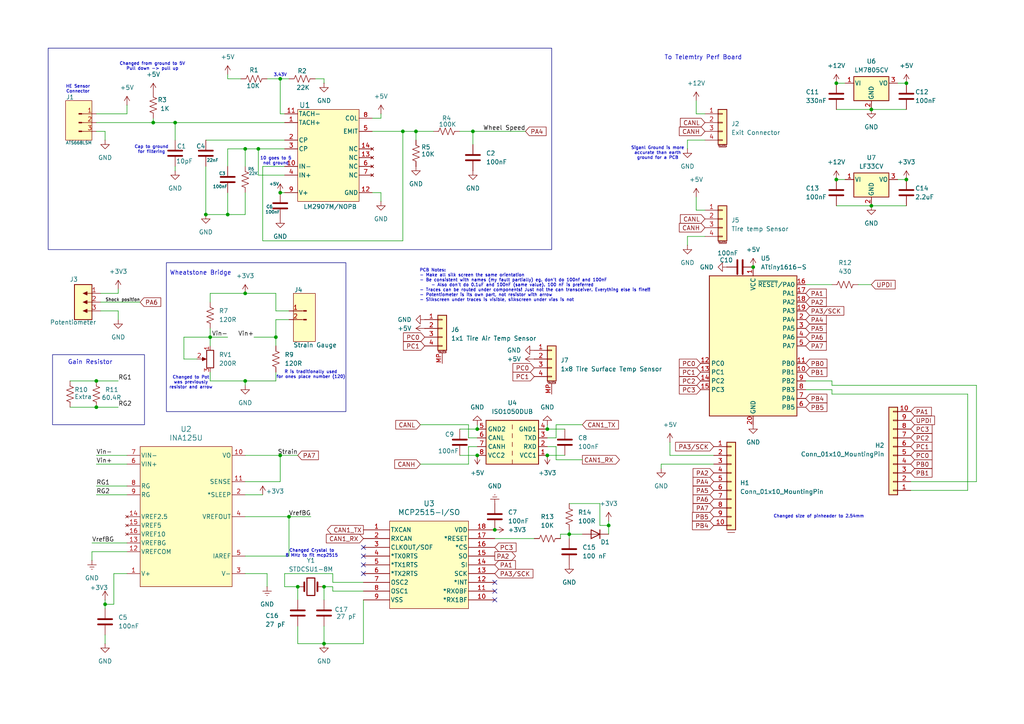
<source format=kicad_sch>
(kicad_sch (version 20231120) (generator "eeschema") (generator_version "8.0")
  (paper "A4")
  (title_block (title "Peripheral Board") (date "2025-02-23") (rev "2.10"))
  (junction (at 138.43 124.46))
  (junction (at 262.89 52.07))
  (junction (at 59.69 62.23))
  (junction (at 93.98 170.18))
  (junction (at 71.12 43.18))
  (junction (at 80.01 97.79))
  (junction (at 93.98 186.69))
  (junction (at 242.57 52.07))
  (junction (at 44.45 35.56))
  (junction (at 165.1 154.94))
  (junction (at 83.82 149.86))
  (junction (at 137.16 38.1))
  (junction (at 81.28 132.08))
  (junction (at 143.51 153.67))
  (junction (at 81.28 55.88))
  (junction (at 86.36 170.18))
  (junction (at 158.75 132.08))
  (junction (at 66.04 62.23))
  (junction (at 242.57 24.13))
  (junction (at 252.73 59.69))
  (junction (at 262.89 24.13))
  (junction (at 176.53 152.4))
  (junction (at 218.44 77.47))
  (junction (at 138.43 132.08))
  (junction (at 74.93 43.18))
  (junction (at 116.84 38.1))
  (junction (at 252.73 31.75))
  (junction (at 71.12 85.09))
  (junction (at 81.28 22.86))
  (junction (at 27.94 118.11))
  (junction (at 158.75 124.46))
  (junction (at 27.94 110.49))
  (junction (at 71.12 110.49))
  (junction (at 120.65 38.1))
  (junction (at 50.8 35.56))
  (junction (at 60.96 97.79))
  (junction (at 30.48 175.26))
  (no_connect (at 143.51 171.45))
  (no_connect (at 105.41 161.29))
  (no_connect (at 105.41 158.75))
  (no_connect (at 105.41 166.37))
  (no_connect (at 105.41 163.83))
  (no_connect (at 143.51 168.91))
  (no_connect (at 143.51 173.99))
  (wire (pts (xy 241.3 111.76) (xy 283.21 111.76)))
  (wire (pts (xy 204.47 33.02) (xy 201.93 33.02)))
  (wire (pts (xy 93.98 186.69) (xy 86.36 186.69)))
  (wire (pts (xy 241.3 111.76) (xy 241.3 110.49)))
  (wire (pts (xy 283.21 139.7) (xy 264.16 139.7)))
  (wire (pts (xy 60.96 85.09) (xy 60.96 87.63)))
  (wire (pts (xy 161.29 123.19) (xy 168.91 123.19)))
  (wire (pts (xy 165.1 146.05) (xy 173.99 146.05)))
  (wire (pts (xy 36.83 30.48) (xy 36.83 33.02)))
  (wire (pts (xy 71.12 55.88) (xy 71.12 62.23)))
  (wire (pts (xy 33.02 175.26) (xy 30.48 175.26)))
  (wire (pts (xy 93.98 186.69) (xy 105.41 186.69)))
  (wire (pts (xy 36.83 160.02) (xy 26.67 160.02)))
  (wire (pts (xy 207.01 132.08) (xy 194.31 132.08)))
  (wire (pts (xy 20.32 110.49) (xy 27.94 110.49)))
  (wire (pts (xy 20.32 118.11) (xy 27.94 118.11)))
  (wire (pts (xy 81.28 22.86) (xy 81.28 33.02)))
  (wire (pts (xy 242.57 31.75) (xy 252.73 31.75)))
  (wire (pts (xy 158.75 123.19) (xy 158.75 124.46)))
  (wire (pts (xy 66.04 43.18) (xy 66.04 48.26)))
  (wire (pts (xy 96.52 166.37) (xy 82.55 166.37)))
  (wire (pts (xy 162.56 156.21) (xy 162.56 154.94)))
  (wire (pts (xy 260.35 24.13) (xy 262.89 24.13)))
  (wire (pts (xy 69.85 22.86) (xy 66.04 22.86)))
  (wire (pts (xy 176.53 154.94) (xy 176.53 152.4)))
  (wire (pts (xy 105.41 186.69) (xy 105.41 173.99)))
  (wire (pts (xy 93.98 170.18) (xy 93.98 173.99)))
  (wire (pts (xy 80.01 97.79) (xy 80.01 100.33)))
  (wire (pts (xy 71.12 85.09) (xy 60.96 85.09)))
  (wire (pts (xy 137.16 38.1) (xy 133.35 38.1)))
  (wire (pts (xy 83.82 92.71) (xy 80.01 92.71)))
  (wire (pts (xy 60.96 95.25) (xy 60.96 97.79)))
  (wire (pts (xy 116.84 38.1) (xy 120.65 38.1)))
  (wire (pts (xy 82.55 50.8) (xy 74.93 50.8)))
  (wire (pts (xy 27.94 33.02) (xy 36.83 33.02)))
  (wire (pts (xy 27.94 140.97) (xy 36.83 140.97)))
  (wire (pts (xy 83.82 149.86) (xy 83.82 161.29)))
  (wire (pts (xy 120.65 38.1) (xy 120.65 40.64)))
  (wire (pts (xy 26.67 157.48) (xy 36.83 157.48)))
  (wire (pts (xy 138.43 129.54) (xy 135.89 129.54)))
  (wire (pts (xy 110.49 55.88) (xy 107.95 55.88)))
  (wire (pts (xy 76.2 143.51) (xy 71.12 143.51)))
  (wire (pts (xy 280.67 114.3) (xy 280.67 142.24)))
  (wire (pts (xy 86.36 181.61) (xy 86.36 186.69)))
  (wire (pts (xy 110.49 33.02) (xy 110.49 34.29)))
  (wire (pts (xy 27.94 143.51) (xy 36.83 143.51)))
  (wire (pts (xy 66.04 22.86) (xy 66.04 21.59)))
  (wire (pts (xy 283.21 111.76) (xy 283.21 139.7)))
  (wire (pts (xy 34.29 90.17) (xy 34.29 92.71)))
  (wire (pts (xy 120.65 38.1) (xy 125.73 38.1)))
  (wire (pts (xy 71.12 62.23) (xy 66.04 62.23)))
  (wire (pts (xy 82.55 33.02) (xy 81.28 33.02)))
  (wire (pts (xy 252.73 59.69) (xy 262.89 59.69)))
  (wire (pts (xy 204.47 60.96) (xy 201.93 60.96)))
  (wire (pts (xy 29.21 87.63) (xy 40.64 87.63)))
  (wire (pts (xy 30.48 175.26) (xy 30.48 176.53)))
  (wire (pts (xy 71.12 132.08) (xy 81.28 132.08)))
  (wire (pts (xy 66.04 62.23) (xy 59.69 62.23)))
  (wire (pts (xy 83.82 90.17) (xy 80.01 90.17)))
  (wire (pts (xy 137.16 41.91) (xy 137.16 38.1)))
  (wire (pts (xy 204.47 40.64) (xy 199.39 40.64)))
  (wire (pts (xy 77.47 166.37) (xy 71.12 166.37)))
  (wire (pts (xy 96.52 170.18) (xy 96.52 171.45)))
  (wire (pts (xy 133.35 132.08) (xy 138.43 132.08)))
  (wire (pts (xy 280.67 142.24) (xy 264.16 142.24)))
  (wire (pts (xy 71.12 43.18) (xy 74.93 43.18)))
  (wire (pts (xy 116.84 69.85) (xy 116.84 38.1)))
  (wire (pts (xy 201.93 33.02) (xy 201.93 29.21)))
  (wire (pts (xy 81.28 22.86) (xy 83.82 22.86)))
  (wire (pts (xy 60.96 97.79) (xy 53.34 97.79)))
  (wire (pts (xy 158.75 132.08) (xy 163.83 132.08)))
  (wire (pts (xy 165.1 153.67) (xy 165.1 154.94)))
  (wire (pts (xy 248.92 82.55) (xy 252.73 82.55)))
  (wire (pts (xy 199.39 40.64) (xy 199.39 43.18)))
  (wire (pts (xy 135.89 134.62) (xy 121.92 134.62)))
  (wire (pts (xy 242.57 59.69) (xy 252.73 59.69)))
  (wire (pts (xy 77.47 170.18) (xy 77.47 166.37)))
  (wire (pts (xy 36.83 166.37) (xy 33.02 166.37)))
  (wire (pts (xy 81.28 55.88) (xy 82.55 55.88)))
  (wire (pts (xy 59.69 48.26) (xy 59.69 62.23)))
  (wire (pts (xy 173.99 146.05) (xy 173.99 152.4)))
  (wire (pts (xy 93.98 22.86) (xy 93.98 24.13)))
  (wire (pts (xy 53.34 104.14) (xy 57.15 104.14)))
  (wire (pts (xy 241.3 114.3) (xy 241.3 113.03)))
  (wire (pts (xy 71.12 139.7) (xy 81.28 139.7)))
  (wire (pts (xy 242.57 24.13) (xy 245.11 24.13)))
  (wire (pts (xy 252.73 31.75) (xy 262.89 31.75)))
  (wire (pts (xy 173.99 152.4) (xy 176.53 152.4)))
  (wire (pts (xy 73.66 97.79) (xy 80.01 97.79)))
  (wire (pts (xy 96.52 171.45) (xy 105.41 171.45)))
  (wire (pts (xy 143.51 156.21) (xy 154.94 156.21)))
  (wire (pts (xy 165.1 156.21) (xy 165.1 154.94)))
  (wire (pts (xy 81.28 139.7) (xy 81.28 132.08)))
  (wire (pts (xy 233.68 82.55) (xy 241.3 82.55)))
  (wire (pts (xy 207.01 134.62) (xy 191.77 134.62)))
  (wire (pts (xy 135.89 123.19) (xy 121.92 123.19)))
  (wire (pts (xy 110.49 58.42) (xy 110.49 55.88)))
  (wire (pts (xy 60.96 110.49) (xy 71.12 110.49)))
  (wire (pts (xy 60.96 97.79) (xy 60.96 100.33)))
  (wire (pts (xy 30.48 38.1) (xy 30.48 40.64)))
  (wire (pts (xy 76.2 69.85) (xy 116.84 69.85)))
  (wire (pts (xy 50.8 35.56) (xy 50.8 40.64)))
  (wire (pts (xy 241.3 110.49) (xy 233.68 110.49)))
  (wire (pts (xy 241.3 114.3) (xy 280.67 114.3)))
  (wire (pts (xy 44.45 34.29) (xy 44.45 35.56)))
  (wire (pts (xy 90.17 149.86) (xy 83.82 149.86)))
  (wire (pts (xy 34.29 83.82) (xy 34.29 85.09)))
  (wire (pts (xy 199.39 68.58) (xy 199.39 71.12)))
  (wire (pts (xy 161.29 133.35) (xy 168.91 133.35)))
  (wire (pts (xy 158.75 127) (xy 161.29 127)))
  (wire (pts (xy 71.12 110.49) (xy 71.12 111.76)))
  (wire (pts (xy 26.67 160.02) (xy 26.67 162.56)))
  (wire (pts (xy 34.29 85.09) (xy 29.21 85.09)))
  (wire (pts (xy 27.94 35.56) (xy 44.45 35.56)))
  (wire (pts (xy 50.8 48.26) (xy 50.8 49.53)))
  (wire (pts (xy 93.98 181.61) (xy 93.98 186.69)))
  (wire (pts (xy 158.75 129.54) (xy 161.29 129.54)))
  (wire (pts (xy 162.56 154.94) (xy 165.1 154.94)))
  (wire (pts (xy 107.95 38.1) (xy 116.84 38.1)))
  (wire (pts (xy 86.36 170.18) (xy 86.36 173.99)))
  (wire (pts (xy 204.47 68.58) (xy 199.39 68.58)))
  (wire (pts (xy 161.29 129.54) (xy 161.29 133.35)))
  (wire (pts (xy 27.94 110.49) (xy 34.29 110.49)))
  (wire (pts (xy 133.35 124.46) (xy 138.43 124.46)))
  (wire (pts (xy 176.53 152.4) (xy 176.53 151.13)))
  (wire (pts (xy 66.04 97.79) (xy 60.96 97.79)))
  (wire (pts (xy 27.94 38.1) (xy 30.48 38.1)))
  (wire (pts (xy 71.12 43.18) (xy 71.12 48.26)))
  (wire (pts (xy 138.43 127) (xy 135.89 127)))
  (wire (pts (xy 82.55 166.37) (xy 82.55 170.18)))
  (wire (pts (xy 83.82 161.29) (xy 71.12 161.29)))
  (wire (pts (xy 80.01 85.09) (xy 71.12 85.09)))
  (wire (pts (xy 29.21 90.17) (xy 34.29 90.17)))
  (wire (pts (xy 91.44 22.86) (xy 93.98 22.86)))
  (wire (pts (xy 66.04 55.88) (xy 66.04 62.23)))
  (wire (pts (xy 135.89 127) (xy 135.89 123.19)))
  (wire (pts (xy 260.35 52.07) (xy 262.89 52.07)))
  (wire (pts (xy 76.2 48.26) (xy 76.2 69.85)))
  (wire (pts (xy 59.69 40.64) (xy 82.55 40.64)))
  (wire (pts (xy 74.93 43.18) (xy 74.93 50.8)))
  (wire (pts (xy 27.94 134.62) (xy 36.83 134.62)))
  (wire (pts (xy 27.94 118.11) (xy 34.29 118.11)))
  (wire (pts (xy 80.01 92.71) (xy 80.01 97.79)))
  (wire (pts (xy 71.12 149.86) (xy 83.82 149.86)))
  (wire (pts (xy 81.28 132.08) (xy 86.36 132.08)))
  (wire (pts (xy 60.96 107.95) (xy 60.96 110.49)))
  (wire (pts (xy 77.47 22.86) (xy 81.28 22.86)))
  (wire (pts (xy 158.75 124.46) (xy 163.83 124.46)))
  (wire (pts (xy 50.8 35.56) (xy 82.55 35.56)))
  (wire (pts (xy 137.16 38.1) (xy 152.4 38.1)))
  (wire (pts (xy 53.34 97.79) (xy 53.34 104.14)))
  (wire (pts (xy 93.98 170.18) (xy 96.52 170.18)))
  (wire (pts (xy 233.68 113.03) (xy 241.3 113.03)))
  (wire (pts (xy 191.77 134.62) (xy 191.77 135.89)))
  (wire (pts (xy 161.29 127) (xy 161.29 123.19)))
  (wire (pts (xy 242.57 52.07) (xy 245.11 52.07)))
  (wire (pts (xy 110.49 34.29) (xy 107.95 34.29)))
  (wire (pts (xy 194.31 132.08) (xy 194.31 128.27)))
  (wire (pts (xy 165.1 154.94) (xy 168.91 154.94)))
  (wire (pts (xy 74.93 43.18) (xy 82.55 43.18)))
  (wire (pts (xy 33.02 166.37) (xy 33.02 175.26)))
  (wire (pts (xy 138.43 123.19) (xy 138.43 124.46)))
  (wire (pts (xy 82.55 170.18) (xy 86.36 170.18)))
  (wire (pts (xy 71.12 110.49) (xy 80.01 110.49)) (stroke (width 0) (color 0 132 0 1)))
  (wire (pts (xy 30.48 173.99) (xy 30.48 175.26)))
  (wire (pts (xy 27.94 132.08) (xy 36.83 132.08)))
  (wire (pts (xy 135.89 129.54) (xy 135.89 134.62)))
  (wire (pts (xy 80.01 90.17) (xy 80.01 85.09)))
  (wire (pts (xy 80.01 107.95) (xy 80.01 110.49)))
  (wire (pts (xy 44.45 35.56) (xy 50.8 35.56)))
  (wire (pts (xy 71.12 43.18) (xy 66.04 43.18)))
  (wire (pts (xy 105.41 168.91) (xy 96.52 168.91)))
  (wire (pts (xy 30.48 184.15) (xy 30.48 186.69)))
  (wire (pts (xy 82.55 48.26) (xy 76.2 48.26)))
  (wire (pts (xy 201.93 60.96) (xy 201.93 57.15)))
  (wire (pts (xy 96.52 168.91) (xy 96.52 166.37)))
  (rectangle (start 85.09 85.09) (end 91.44 99.06) (stroke (width 0) (color 132 0 0 1)) (fill (type color) (color 255 255 194 1)))
  (rectangle (start 15.24 102.87) (end 41.91 123.19) (stroke (width 0) (color 0 0 132 1)))
  (rectangle (start 48.26 76.2) (end 100.33 119.38) (stroke (width 0) (color 0 0 132 1)))
  (rectangle (start 13.97 13.97) (end 160.02 72.39) (stroke (width 0) (color 0 0 132 1)))
  (text "" (at 23.114 45.212 0) (effects (font (size 0.889 0.889))))
  (text "Changed size of pinheader to 2.54mm" (at 237.49 149.86 0) (effects (font (size 0.889 0.889))))
  (text "Cap to ground\nfor filtering" (at 43.942 43.434 0) (effects (font (size 0.889 0.889))))
  (text "HE Sensor\nConnector" (at 22.606 25.908 0) (effects (font (size 0.889 0.889))))
  (text "To Telemtry Perf Board\n" (at 203.962 16.764 0) (effects (font (size 1.27 1.27))))
  (text "Gain Resistor\n" (at 26.162 105.156 0) (effects (font (size 1.27 1.27))))
  (text "Changed to Pot\nwas previously\nresistor and arrow" (at 55.372 110.998 0) (effects (font (size 0.889 0.889))))
  (text "" (at 88.392 30.48 0) (effects (font (size 1.27 1.27))))
  (text "PCB Notes:\n- Make all silk screen the same orientation\n- Be consistent with names (my fault partially) eg. don't do 100nf and 100nF\n	- Also don't do 0.1uF and 100nF (same value). 100 nF is preferred\n- Traces can be routed under components! Just not the can transceiver. Everything else is fine!!\n- Potentiometer is its own part, not resistor with arrow\n- Silkscreen under traces is visible, silkscreen under vias is not\n" (at 121.666 82.804 0) (effects (font (size 0.889 0.889)) (justify left)))
  (text "Changed from ground to 5V\nPull down -> pull up" (at 44.196 19.304 0) (effects (font (size 0.889 0.889))))
  (text "10 goes to 5\nnot ground" (at 80.01 46.736 0) (effects (font (size 0.889 0.889))))
  (text "Changed Crystal to\n8 MHz to fit mcp2515" (at 90.424 160.528 0) (effects (font (size 0.889 0.889))))
  (text "R is traditionally used\nfor ones place number (120)" (at 90.17 108.712 0) (effects (font (size 0.889 0.889))))
  (text "Siganl Ground is more\naccurate than earth\nground for a PCB" (at 190.754 44.45 0) (effects (font (size 0.889 0.889))))
  (text "Wheatstone Bridge\n" (at 58.166 79.248 0) (effects (font (size 1.27 1.27))))
  (text "3.43V" (at 81.28 21.844 0) (effects (font (size 0.889 0.889))))
  (label "Vin-" (at 66.04 97.79 180))
  (label "RG2" (at 27.94 143.51 0))
  (label "Shock position" (at 40.64 87.63 180) (effects (font (size 0.889 0.889))))
  (label "VrefBG" (at 26.67 157.48 0))
  (label "Vin+" (at 27.94 134.62 0))
  (label "Vin-" (at 27.94 132.08 0))
  (label "VrefBG" (at 90.17 149.86 180))
  (label "Strain" (at 86.36 132.08 180))
  (label "Wheel Speed" (at 152.4 38.1 180))
  (label "RG2" (at 34.29 118.11 0))
  (label "Vin+" (at 73.66 97.79 180))
  (label "RG1" (at 34.29 110.49 0))
  (label "RG1" (at 27.94 140.97 0))
  (global_label "CANL" (shape input) (at 204.47 35.56 180) (property "Intersheetrefs" "${INTERSHEET_REFS}" (effects (hide yes))))
  (global_label "CANH" (shape input) (at 121.92 134.62 180) (property "Intersheetrefs" "${INTERSHEET_REFS}" (effects (hide yes))))
  (global_label "PC2" (shape input) (at 203.2 110.49 180) (property "Intersheetrefs" "${INTERSHEET_REFS}" (effects (hide yes))))
  (global_label "PC3" (shape input) (at 203.2 113.03 180) (property "Intersheetrefs" "${INTERSHEET_REFS}" (effects (hide yes))))
  (global_label "PA6" (shape input) (at 40.64 87.63 0) (property "Intersheetrefs" "${INTERSHEET_REFS}" (effects (hide yes))))
  (global_label "PA4" (shape input) (at 233.68 92.71 0) (property "Intersheetrefs" "${INTERSHEET_REFS}" (effects (hide yes))))
  (global_label "CAN1_TX" (shape output) (at 105.41 153.67 180) (property "Intersheetrefs" "${INTERSHEET_REFS}" (effects (hide yes))))
  (global_label "PA2" (shape input) (at 233.68 87.63 0) (property "Intersheetrefs" "${INTERSHEET_REFS}" (effects (hide yes))))
  (global_label "PB4" (shape input) (at 207.01 152.4 180) (property "Intersheetrefs" "${INTERSHEET_REFS}" (effects (hide yes))))
  (global_label "CANH" (shape input) (at 204.47 66.04 180) (property "Intersheetrefs" "${INTERSHEET_REFS}" (effects (hide yes))))
  (global_label "PC0" (shape input) (at 123.19 97.79 180) (property "Intersheetrefs" "${INTERSHEET_REFS}" (effects (hide yes))))
  (global_label "PA2" (shape input) (at 207.01 137.16 180) (property "Intersheetrefs" "${INTERSHEET_REFS}" (effects (hide yes))))
  (global_label "PA7" (shape input) (at 207.01 147.32 180) (property "Intersheetrefs" "${INTERSHEET_REFS}" (effects (hide yes))))
  (global_label "CANL" (shape input) (at 121.92 123.19 180) (property "Intersheetrefs" "${INTERSHEET_REFS}" (effects (hide yes))))
  (global_label "PC3" (shape input) (at 143.51 158.75 0) (property "Intersheetrefs" "${INTERSHEET_REFS}" (effects (hide yes))))
  (global_label "PA3{slash}SCK" (shape input) (at 207.01 129.54 180) (property "Intersheetrefs" "${INTERSHEET_REFS}" (effects (hide yes))))
  (global_label "PC0" (shape input) (at 264.16 132.08 0) (property "Intersheetrefs" "${INTERSHEET_REFS}" (effects (hide yes))))
  (global_label "PA4" (shape input) (at 207.01 139.7 180) (property "Intersheetrefs" "${INTERSHEET_REFS}" (effects (hide yes))))
  (global_label "PB5" (shape input) (at 207.01 149.86 180) (property "Intersheetrefs" "${INTERSHEET_REFS}" (effects (hide yes))))
  (global_label "PA5" (shape input) (at 233.68 95.25 0) (property "Intersheetrefs" "${INTERSHEET_REFS}" (effects (hide yes))))
  (global_label "PA5" (shape input) (at 207.01 142.24 180) (property "Intersheetrefs" "${INTERSHEET_REFS}" (effects (hide yes))))
  (global_label "CAN1_TX" (shape input) (at 168.91 123.19 0) (property "Intersheetrefs" "${INTERSHEET_REFS}" (effects (hide yes))))
  (global_label "PC2" (shape input) (at 264.16 127 0) (property "Intersheetrefs" "${INTERSHEET_REFS}" (effects (hide yes))))
  (global_label "PB1" (shape input) (at 233.68 107.95 0) (property "Intersheetrefs" "${INTERSHEET_REFS}" (effects (hide yes))))
  (global_label "PC3" (shape input) (at 264.16 124.46 0) (property "Intersheetrefs" "${INTERSHEET_REFS}" (effects (hide yes))))
  (global_label "PC0" (shape input) (at 154.94 106.68 180) (property "Intersheetrefs" "${INTERSHEET_REFS}" (effects (hide yes))))
  (global_label "PB4" (shape input) (at 233.68 115.57 0) (property "Intersheetrefs" "${INTERSHEET_REFS}" (effects (hide yes))))
  (global_label "CAN1_RX" (shape output) (at 168.91 133.35 0) (property "Intersheetrefs" "${INTERSHEET_REFS}" (effects (hide yes))))
  (global_label "PB1" (shape input) (at 264.16 137.16 0) (property "Intersheetrefs" "${INTERSHEET_REFS}" (effects (hide yes))))
  (global_label "PA7" (shape input) (at 86.36 132.08 0) (property "Intersheetrefs" "${INTERSHEET_REFS}" (effects (hide yes))))
  (global_label "PA6" (shape input) (at 233.68 97.79 0) (property "Intersheetrefs" "${INTERSHEET_REFS}" (effects (hide yes))))
  (global_label "PA1" (shape input) (at 264.16 119.38 0) (property "Intersheetrefs" "${INTERSHEET_REFS}" (effects (hide yes))))
  (global_label "PC1" (shape input) (at 154.94 109.22 180) (property "Intersheetrefs" "${INTERSHEET_REFS}" (effects (hide yes))))
  (global_label "PA6" (shape input) (at 207.01 144.78 180) (property "Intersheetrefs" "${INTERSHEET_REFS}" (effects (hide yes))))
  (global_label "PC1" (shape input) (at 203.2 107.95 180) (property "Intersheetrefs" "${INTERSHEET_REFS}" (effects (hide yes))))
  (global_label "PB0" (shape input) (at 233.68 105.41 0) (property "Intersheetrefs" "${INTERSHEET_REFS}" (effects (hide yes))))
  (global_label "PB0" (shape input) (at 264.16 134.62 0) (property "Intersheetrefs" "${INTERSHEET_REFS}" (effects (hide yes))))
  (global_label "PA2" (shape output) (at 143.51 161.29 0) (property "Intersheetrefs" "${INTERSHEET_REFS}" (effects (hide yes))))
  (global_label "PA4" (shape input) (at 152.4 38.1 0) (property "Intersheetrefs" "${INTERSHEET_REFS}" (effects (hide yes))))
  (global_label "PA1" (shape input) (at 143.51 163.83 0) (property "Intersheetrefs" "${INTERSHEET_REFS}" (effects (hide yes))))
  (global_label "UPDI" (shape input) (at 252.73 82.55 0) (property "Intersheetrefs" "${INTERSHEET_REFS}" (effects (hide yes))))
  (global_label "PA7" (shape input) (at 233.68 100.33 0) (property "Intersheetrefs" "${INTERSHEET_REFS}" (effects (hide yes))))
  (global_label "CANL" (shape input) (at 204.47 63.5 180) (property "Intersheetrefs" "${INTERSHEET_REFS}" (effects (hide yes))))
  (global_label "CAN1_RX" (shape input) (at 105.41 156.21 180) (property "Intersheetrefs" "${INTERSHEET_REFS}" (effects (hide yes))))
  (global_label "PA3{slash}SCK" (shape input) (at 233.68 90.17 0) (property "Intersheetrefs" "${INTERSHEET_REFS}" (effects (hide yes))))
  (global_label "PA3{slash}SCK" (shape input) (at 143.51 166.37 0) (property "Intersheetrefs" "${INTERSHEET_REFS}" (effects (hide yes))))
  (global_label "PB5" (shape input) (at 233.68 118.11 0) (property "Intersheetrefs" "${INTERSHEET_REFS}" (effects (hide yes))))
  (global_label "UPDI" (shape input) (at 264.16 121.92 0) (property "Intersheetrefs" "${INTERSHEET_REFS}" (effects (hide yes))))
  (global_label "CANH" (shape input) (at 204.47 38.1 180) (property "Intersheetrefs" "${INTERSHEET_REFS}" (effects (hide yes))))
  (global_label "PC0" (shape input) (at 203.2 105.41 180) (property "Intersheetrefs" "${INTERSHEET_REFS}" (effects (hide yes))))
  (global_label "PA1" (shape input) (at 233.68 85.09 0) (property "Intersheetrefs" "${INTERSHEET_REFS}" (effects (hide yes))))
  (global_label "PC1" (shape input) (at 123.19 100.33 180) (property "Intersheetrefs" "${INTERSHEET_REFS}" (effects (hide yes))))
  (global_label "PC1" (shape input) (at 264.16 129.54 0) (property "Intersheetrefs" "${INTERSHEET_REFS}" (effects (hide yes))))
  (symbol (lib_id "power:+5V") (at 110.49 33.02 0) (unit 1)
    (property "Reference" "#PWR05" (effects (hide yes)))
    (property "Value" "+5V" (at 110.49 27.94 0))
    (property "Description" "Power symbol creates a global label with name \"+5V\"" (effects (hide yes)))
  )
  (symbol (lib_id "power:+3V3") (at 71.12 85.09 0) (unit 1)
    (property "Reference" "#PWR016" (effects (hide yes)))
    (property "Value" "+3V3" (at 71.12 80.01 0))
    (property "Description" "Power symbol creates a global label with name \"+3V3\"" (effects (hide yes)))
  )
  (symbol (lib_id "Device:C") (at 214.63 77.47 90) (unit 1)
    (property "Reference" "C10" (at 212.598 75.438 90) (effects (justify left)))
    (property "Value" "100nF" (at 214.122 73.406 90) (effects (justify left)))
    (property "Footprint" "Capacitor_SMD:C_0805_2012Metric_Pad1.18x1.45mm_HandSolder" (effects (hide yes)))
    (property "Description" "Unpolarized capacitor" (effects (hide yes)))
  )
  (symbol (lib_id "Device:R_US") (at 87.63 22.86 90) (unit 1)
    (property "Reference" "R2" (at 87.63 20.574 90))
    (property "Value" "10K" (at 73.406 24.892 90))
    (property "Footprint" "Resistor_SMD:R_0805_2012Metric_Pad1.20x1.40mm_HandSolder" (effects (hide yes)))
    (property "Description" "Resistor, US symbol" (effects (hide yes)))
  )
  (symbol (lib_id "power:GND") (at 158.75 123.19 180) (unit 1)
    (property "Reference" "#PWR029" (effects (hide yes)))
    (property "Value" "GND" (at 158.75 118.11 0))
    (property "Description" "Power symbol creates a global label with name \"GND\" , ground" (effects (hide yes)))
  )
  (symbol (lib_id "Device:R_US") (at 245.11 82.55 90) (unit 1)
    (property "Reference" "R12" (at 245.11 76.2 90))
    (property "Value" "430" (at 245.11 78.74 90))
    (property "Footprint" "Resistor_SMD:R_0805_2012Metric_Pad1.20x1.40mm_HandSolder" (effects (hide yes)))
    (property "Description" "Resistor, US symbol" (effects (hide yes)))
  )
  (symbol (lib_id "power:GND") (at 30.48 186.69 0) (unit 1)
    (property "Reference" "#PWR020" (effects (hide yes)))
    (property "Value" "GND" (at 30.48 191.77 0))
    (property "Description" "Power symbol creates a global label with name \"GND\" , ground" (effects (hide yes)))
  )
  (symbol (lib_id "Device:C") (at 66.04 52.07 0) (unit 1)
    (property "Reference" "C3" (at 63.5 50.292 0) (effects (font (size 0.889 0.889)) (justify left)))
    (property "Value" "100nF" (at 61.722 54.102 0) (effects (font (size 0.889 0.889)) (justify left)))
    (property "Footprint" "Capacitor_SMD:C_0805_2012Metric_Pad1.18x1.45mm_HandSolder" (effects (hide yes)))
    (property "Description" "Unpolarized capacitor" (effects (hide yes)))
  )
  (symbol (lib_id "Device:R_US") (at 71.12 52.07 0) (unit 1)
    (property "Reference" "R6" (at 71.882 49.022 0) (effects (font (size 0.889 0.889)) (justify left)))
    (property "Value" "22K" (at 72.136 50.292 0) (effects (font (size 0.889 0.889)) (justify left)))
    (property "Footprint" "Resistor_SMD:R_0805_2012Metric_Pad1.20x1.40mm_HandSolder" (effects (hide yes)))
    (property "Description" "Resistor, US symbol" (effects (hide yes)))
  )
  (symbol (lib_id "power:+3.3V") (at 176.53 151.13 0) (unit 1)
    (property "Reference" "#PWR042" (effects (hide yes)))
    (property "Value" "+3V3" (at 176.53 146.05 0))
    (property "Description" "Power symbol creates a global label with name \"+3.3V\"" (effects (hide yes)))
  )
  (symbol (lib_id "power:GND") (at 165.1 163.83 0) (unit 1)
    (property "Reference" "#PWR027" (effects (hide yes)))
    (property "Value" "GND" (at 165.1 168.91 0))
    (property "Description" "Power symbol creates a global label with name \"GND\" , ground" (effects (hide yes)))
  )
  (symbol (lib_id "power:+5V") (at 262.89 24.13 0) (unit 1)
    (property "Reference" "#PWR038" (effects (hide yes)))
    (property "Value" "+5V" (at 262.89 19.05 0))
  )
  (symbol (lib_id "Device:C") (at 50.8 44.45 0) (unit 1)
    (property "Reference" "C1" (at 51.308 42.418 0) (effects (justify left)))
    (property "Value" "10pF" (at 51.054 46.736 0) (effects (justify left)))
    (property "Footprint" "Capacitor_SMD:C_0805_2012Metric_Pad1.18x1.45mm_HandSolder" (effects (hide yes)))
    (property "Description" "Unpolarized capacitor" (effects (hide yes)))
  )
  (symbol (lib_id "power:+3V3") (at 158.75 132.08 180) (unit 1)
    (property "Reference" "#PWR031" (effects (hide yes)))
    (property "Value" "+3V3" (at 158.75 137.16 0))
    (property "Description" "Power symbol creates a global label with name \"+3V3\"" (effects (hide yes)))
  )
  (symbol (lib_id "power:+3V3") (at 30.48 173.99 0) (unit 1)
    (property "Reference" "#PWR019" (effects (hide yes)))
    (property "Value" "+3V3" (at 28.702 170.434 0))
    (property "Description" "Power symbol creates a global label with name \"+3V3\"" (effects (hide yes)))
  )
  (symbol (lib_id "power:GND") (at 252.73 59.69 0) (unit 1)
    (property "Reference" "#PWR040" (effects (hide yes)))
    (property "Value" "GND" (at 252.73 64.77 0))
  )
  (symbol (lib_id "MCU_Microchip_ATtiny:ATtiny1616-S") (at 218.44 100.33 0) (unit 1)
    (property "Reference" "U5" (at 220.6341 74.93 0) (effects (justify left)))
    (property "Value" "ATtiny1616-S" (at 220.6341 77.47 0) (effects (justify left)))
    (property "Footprint" "Package_SO:SOIC-20W_7.5x12.8mm_P1.27mm" (effects (hide yes)))
    (property "Datasheet" "http://ww1.microchip.com/downloads/en/DeviceDoc/ATtiny3216_ATtiny1616-data-sheet-40001997B.pdf" (effects (hide yes)))
    (property "Description" "20MHz, 16kB Flash, 2kB SRAM, 256B EEPROM, SOIC-20" (effects (hide yes)))
  )
  (symbol (lib_id "power:GND") (at 252.73 31.75 0) (unit 1)
    (property "Reference" "#PWR037" (effects (hide yes)))
    (property "Value" "GND" (at 252.73 36.83 0))
  )
  (symbol (lib_id "Device:R_US") (at 80.01 104.14 0) (unit 1)
    (property "Reference" "R9" (at 82.55 102.8699 0) (effects (justify left)))
    (property "Value" "120R" (at 82.55 105.4099 0) (effects (justify left)))
    (property "Footprint" "Resistor_SMD:R_0805_2012Metric_Pad1.20x1.40mm_HandSolder" (effects (hide yes)))
    (property "Description" "Resistor, US symbol" (effects (hide yes)))
  )
  (symbol (lib_id "power:GNDREF") (at 143.51 146.05 180) (unit 1)
    (property "Reference" "#PWR025" (effects (hide yes)))
    (property "Value" "GND" (at 143.51 140.97 0))
    (property "Description" "Power symbol creates a global label with name \"GNDREF\" , reference supply ground" (effects (hide yes)))
  )
  (symbol (lib_id "Device:C") (at 163.83 128.27 0) (unit 1)
    (property "Reference" "C8" (at 167.64 126.9999 0) (effects (justify left)))
    (property "Value" "100nF" (at 167.64 129.5399 0) (effects (justify left)))
    (property "Footprint" "Capacitor_SMD:C_0805_2012Metric_Pad1.18x1.45mm_HandSolder" (effects (hide yes)))
    (property "Description" "Unpolarized capacitor" (effects (hide yes)))
  )
  (symbol (lib_name "Conn_01x04_MountingPin_1") (lib_id "Connector_Generic_MountingPin:Conn_01x04_MountingPin") (at 160.02 104.14 0) (unit 1)
    (property "Reference" "J7" (at 162.56 104.4955 0) (effects (justify left)))
    (property "Value" "1x8 Tire Surface Temp Sensor" (at 162.56 107.0355 0) (effects (justify left)))
    (property "Footprint" "Connector_Molex:Molex_Nano-Fit_105309-xx04_1x04_P2.50mm_Vertical" (effects (hide yes)))
    (property "Description" "Generic connectable mounting pin connector, single row, 01x04, script generated (kicad-library-utils/schlib/autogen/connector/)" (effects (hide yes)))
  )
  (symbol (lib_id "Regulator_Linear:LM7805_TO220") (at 252.73 52.07 0) (unit 1)
    (property "Reference" "U7" (at 252.73 45.72 0))
    (property "Value" "LF33CV" (at 252.73 48.26 0))
    (property "Footprint" "Package_TO_SOT_THT:TO-220-3_Vertical" (effects (hide yes)))
    (property "Datasheet" "https://www.onsemi.cn/PowerSolutions/document/MC7800-D.PDF" (effects (hide yes)))
  )
  (symbol (lib_id "power:+5V") (at 81.28 55.88 0) (unit 1)
    (property "Reference" "#PWR08" (effects (hide yes)))
    (property "Value" "+5V" (at 79.502 53.34 0) (effects (font (size 0.889 0.889))))
    (property "Description" "Power symbol creates a global label with name \"+5V\"" (effects (hide yes)))
  )
  (symbol (lib_id "Device:R_US") (at 44.45 30.48 0) (unit 1)
    (property "Reference" "R3" (at 45.72 28.956 0) (effects (justify left)))
    (property "Value" "1K" (at 46.482 31.496 0) (effects (justify left)))
    (property "Footprint" "Resistor_SMD:R_0805_2012Metric_Pad1.20x1.40mm_HandSolder" (effects (hide yes)))
    (property "Description" "Resistor, US symbol" (effects (hide yes)))
  )
  (symbol (lib_id "Device:C") (at 86.36 177.8 0) (unit 1)
    (property "Reference" "C16" (at 76.962 178.562 0) (effects (justify left)))
    (property "Value" "27 pF" (at 76.962 181.102 0) (effects (justify left)))
    (property "Footprint" "Capacitor_SMD:C_0805_2012Metric_Pad1.18x1.45mm_HandSolder" (effects (hide yes)))
    (property "Description" "Unpolarized capacitor" (effects (hide yes)))
  )
  (symbol (lib_id "power:+3V3") (at 76.2 143.51 0) (unit 1)
    (property "Reference" "#PWR021" (effects (hide yes)))
    (property "Value" "+3V3" (at 79.756 142.494 0))
    (property "Description" "Power symbol creates a global label with name \"+3V3\"" (effects (hide yes)))
  )
  (symbol (lib_id "Device:C") (at 59.69 44.45 0) (unit 1)
    (property "Reference" "C4" (at 56.896 42.418 0) (effects (justify left)))
    (property "Value" "22nF" (at 59.944 46.482 0) (effects (font (size 0.889 0.889)) (justify left)))
    (property "Footprint" "Capacitor_SMD:C_0805_2012Metric_Pad1.18x1.45mm_HandSolder" (effects (hide yes)))
    (property "Description" "Unpolarized capacitor" (effects (hide yes)))
  )
  (symbol (lib_id "Device:C") (at 242.57 27.94 0) (unit 1)
    (property "Reference" "C11" (at 233.68 26.67 0) (effects (justify left)))
    (property "Value" "330nF" (at 233.68 29.21 0) (effects (justify left)))
    (property "Footprint" "Capacitor_SMD:C_0805_2012Metric_Pad1.18x1.45mm_HandSolder" (effects (hide yes)))
    (property "Datasheet" "https://mm.digikey.com/Volume0/opasdata/d220001/medias/docus/4262/0805B334K250CC.pdf" (effects (hide yes)))
  )
  (symbol (lib_id "power:GND") (at 154.94 101.6 270) (unit 1)
    (property "Reference" "#PWR49" (effects (hide yes)))
    (property "Value" "GND" (at 151.13 101.5999 90) (effects (justify right)))
    (property "Description" "Power symbol creates a global label with name \"GND\" , ground" (effects (hide yes)))
  )
  (symbol (lib_id "Device:C") (at 93.98 177.8 0) (unit 1)
    (property "Reference" "C17" (at 97.028 176.784 0) (effects (justify left)))
    (property "Value" "27 pF" (at 97.536 178.816 0) (effects (justify left)))
    (property "Footprint" "Capacitor_SMD:C_0805_2012Metric_Pad1.18x1.45mm_HandSolder" (effects (hide yes)))
    (property "Description" "Unpolarized capacitor" (effects (hide yes)))
  )
  (symbol (lib_id "power:GND") (at 50.8 49.53 0) (unit 1)
    (property "Reference" "#PWR046" (effects (hide yes)))
    (property "Value" "GND" (at 50.8 54.61 0))
    (property "Description" "Power symbol creates a global label with name \"GND\" , ground" (effects (hide yes)))
  )
  (symbol (lib_id "New_Library:INA125U") (at 24.13 134.62 0) (unit 1)
    (property "Reference" "U2" (at 53.975 124.46 0) (effects (font (size 1.524 1.524))))
    (property "Value" "INA125U" (at 53.975 127 0) (effects (font (size 1.524 1.524))))
    (property "Footprint" "FS_3_Global_Footprint_Library:D16" (effects (hide yes)))
  )
  (symbol (lib_id "power:GND") (at 218.44 123.19 0) (unit 1)
    (property "Reference" "#PWR035" (effects (hide yes)))
    (property "Value" "GND" (at 218.44 128.27 0))
    (property "Description" "Power symbol creates a global label with name \"GND\" , ground" (effects (hide yes)))
  )
  (symbol (lib_id "Device:R_US") (at 129.54 38.1 90) (unit 1)
    (property "Reference" "R4" (at 129.54 34.29 90))
    (property "Value" "100K" (at 129.794 36.068 90))
    (property "Footprint" "Resistor_SMD:R_0805_2012Metric_Pad1.20x1.40mm_HandSolder" (effects (hide yes)))
    (property "Description" "Resistor, US symbol" (effects (hide yes)))
  )
  (symbol (lib_name "Conn_01x02_Pin_1") (lib_id "Connector:Conn_01x02_Pin") (at 88.9 92.71 180) (unit 1)
    (property "Reference" "J4" (at 85.344 84.074 0) (effects (justify right)))
    (property "Value" "Strain Gauge" (at 85.09 100.076 0) (effects (justify right)))
    (property "Footprint" "Molex Nanofit:Molex_Nano-Fit_105309-xx02_1x02_P2.50mm_Vertical" (effects (hide yes)))
    (property "Description" "Generic connector, single row, 01x02, script generated" (effects (hide yes)))
  )
  (symbol (lib_id "power:+12V") (at 201.93 29.21 0) (unit 1)
    (property "Reference" "#PWR013" (effects (hide yes)))
    (property "Value" "+12V" (at 201.93 24.13 0))
    (property "Description" "Power symbol creates a global label with name \"+12V\"" (effects (hide yes)))
  )
  (symbol (lib_id "power:+5V") (at 218.44 77.47 0) (unit 1)
    (property "Reference" "#PWR032" (effects (hide yes)))
    (property "Value" "+5V" (at 218.44 72.39 0))
    (property "Description" "Power symbol creates a global label with name \"+5V\"" (effects (hide yes)))
  )
  (symbol (lib_id "power:+5V") (at 194.31 128.27 0) (unit 1)
    (property "Reference" "#PWR034" (effects (hide yes)))
    (property "Value" "+5V" (at 194.31 123.19 0))
    (property "Description" "Power symbol creates a global label with name \"+5V\"" (effects (hide yes)))
  )
  (symbol (lib_id "power:GND") (at 30.48 40.64 0) (unit 1)
    (property "Reference" "#PWR023" (effects (hide yes)))
    (property "Value" "GND" (at 30.48 45.72 0))
    (property "Description" "Power symbol creates a global label with name \"GND\" , ground" (effects (hide yes)))
  )
  (symbol (lib_id "power:+3V3") (at 143.51 153.67 270) (unit 1)
    (property "Reference" "#PWR026" (effects (hide yes)))
    (property "Value" "+3V3" (at 147.32 153.6699 90) (effects (justify left)))
    (property "Description" "Power symbol creates a global label with name \"+3V3\"" (effects (hide yes)))
  )
  (symbol (lib_id "Device:R_US") (at 120.65 44.45 0) (unit 1)
    (property "Reference" "R5" (at 122.174 42.672 0) (effects (justify left)))
    (property "Value" "10K" (at 122.174 44.704 0) (effects (justify left)))
    (property "Footprint" "Resistor_SMD:R_0805_2012Metric_Pad1.20x1.40mm_HandSolder" (effects (hide yes)))
    (property "Description" "Resistor, US symbol" (effects (hide yes)))
  )
  (symbol (lib_id "Connector_Generic_MountingPin:Conn_01x10_MountingPin") (at 259.08 132.08 180) (unit 1)
    (property "Reference" "H2" (at 256.54 129.1843 0) (effects (justify left)))
    (property "Value" "Conn_01x10_MountingPin" (at 256.54 131.7243 0) (effects (justify left)))
    (property "Footprint" "Connector_PinHeader_2.54mm:PinHeader_1x10_P2.54mm_Vertical" (effects (hide yes)))
    (property "Description" "Generic connectable mounting pin connector, single row, 01x10, script generated (kicad-library-utils/schlib/autogen/connector/)" (effects (hide yes)))
  )
  (symbol (lib_id "power:+5V") (at 138.43 132.08 180) (unit 1)
    (property "Reference" "#PWR030" (effects (hide yes)))
    (property "Value" "+5V" (at 138.43 137.16 0))
    (property "Description" "Power symbol creates a global label with name \"+5V\"" (effects (hide yes)))
  )
  (symbol (lib_id "power:GND") (at 81.28 63.5 0) (unit 1)
    (property "Reference" "#PWR09" (effects (hide yes)))
    (property "Value" "GND" (at 81.28 68.58 0))
    (property "Description" "Power symbol creates a global label with name \"GND\" , ground" (effects (hide yes)))
  )
  (symbol (lib_id "Device:Crystal") (at 90.17 170.18 0) (unit 1)
    (property "Reference" "Y1" (at 90.17 162.56 0))
    (property "Value" "STDCSU1-8M" (at 90.17 165.1 0))
    (property "Footprint" "Crystal:Crystal_SMD_5032-2Pin_5.0x3.2mm_HandSoldering" (effects (hide yes)))
    (property "Datasheet" "https://www.digikey.com/en/products/detail/ndk-nihon-dempa-kogyo-co-ltd/STDCSK4-25M/5022977" (effects (hide yes)))
    (property "Description" "Two pin crystal" (effects (hide yes)))
  )
  (symbol (lib_id "power:+12V") (at 242.57 52.07 0) (unit 1)
    (property "Reference" "#PWR039" (effects (hide yes)))
    (property "Value" "+12V" (at 242.57 46.99 0))
  )
  (symbol (lib_id "power:GND") (at 137.16 49.53 0) (unit 1)
    (property "Reference" "#PWR07" (effects (hide yes)))
    (property "Value" "GND" (at 137.16 54.61 0))
    (property "Description" "Power symbol creates a global label with name \"GND\" , ground" (effects (hide yes)))
  )
  (symbol (lib_id "Device:R_US") (at 73.66 22.86 270) (unit 1)
    (property "Reference" "R1" (at 73.66 20.32 90))
    (property "Value" "22K" (at 87.884 25.4 90))
    (property "Footprint" "Resistor_SMD:R_0805_2012Metric_Pad1.20x1.40mm_HandSolder" (effects (hide yes)))
    (property "Description" "Resistor, US symbol" (effects (hide yes)))
  )
  (symbol (lib_id "power:GND") (at 59.69 62.23 0) (unit 1)
    (property "Reference" "#PWR047" (effects (hide yes)))
    (property "Value" "GND" (at 59.69 67.31 0))
    (property "Description" "Power symbol creates a global label with name \"GND\" , ground" (effects (hide yes)))
  )
  (symbol (lib_id "Device:C") (at 262.89 55.88 0) (unit 1)
    (property "Reference" "C14" (at 265.43 54.61 0) (effects (justify left)))
    (property "Value" "2.2uF" (at 265.43 57.15 0) (effects (justify left)))
    (property "Footprint" "Capacitor_SMD:C_0805_2012Metric_Pad1.18x1.45mm_HandSolder" (effects (hide yes)))
    (property "Datasheet" "https://mm.digikey.com/Volume0/opasdata/d220001/medias/docus/4005/0805B104K101CC.pdf" (effects (hide yes)))
  )
  (symbol (lib_id "power:+5V") (at 44.45 26.67 0) (unit 1)
    (property "Reference" "#PWR02" (effects (hide yes)))
    (property "Value" "+5V" (at 44.45 21.59 0))
    (property "Description" "Power symbol creates a global label with name \"+5V\"" (effects (hide yes)))
  )
  (symbol (lib_id "power:+5V") (at 36.83 30.48 0) (unit 1)
    (property "Reference" "#PWR01" (effects (hide yes)))
    (property "Value" "+5V" (at 36.83 25.4 0))
    (property "Description" "Power symbol creates a global label with name \"+5V\"" (effects (hide yes)))
  )
  (symbol (lib_id "Device:C") (at 81.28 59.69 0) (unit 1)
    (property "Reference" "C6" (at 77.216 59.944 0) (effects (font (size 0.889 0.889)) (justify left)))
    (property "Value" "100nF" (at 76.962 61.468 0) (effects (font (size 0.889 0.889)) (justify left)))
    (property "Footprint" "Capacitor_SMD:C_0805_2012Metric_Pad1.18x1.45mm_HandSolder" (effects (hide yes)))
    (property "Description" "Unpolarized capacitor" (effects (hide yes)))
  )
  (symbol (lib_id "Device:R_US") (at 165.1 149.86 0) (unit 1)
    (property "Reference" "R14" (at 167.64 148.5899 0) (effects (justify left)))
    (property "Value" "100R" (at 167.64 151.1299 0) (effects (justify left)))
    (property "Footprint" "Resistor_SMD:R_0805_2012Metric_Pad1.20x1.40mm_HandSolder" (effects (hide yes)))
    (property "Description" "Resistor, US symbol" (effects (hide yes)))
  )
  (symbol (lib_id "power:GND") (at 93.98 24.13 0) (unit 1)
    (property "Reference" "#PWR04" (effects (hide yes)))
    (property "Value" "GND" (at 93.98 29.21 0))
    (property "Description" "Power symbol creates a global label with name \"GND\" , ground" (effects (hide yes)))
  )
  (symbol (lib_id "FS_3_Global_Symbol_Library:LM2907M_NOPB") (at 86.36 54.61 0) (unit 1)
    (property "Reference" "U1" (at 88.392 30.48 0) (effects (font (size 1.524 1.524))))
    (property "Value" "LM2907M/NOPB" (at 95.758 59.944 0))
    (property "Footprint" "FS_3_Global_Footprint_Library:M14A_TEX" (effects (hide yes)))
  )
  (symbol (lib_id "power:+3V3") (at 34.29 83.82 0) (unit 1)
    (property "Reference" "#PWR011" (effects (hide yes)))
    (property "Value" "+3V3" (at 34.29 78.74 0))
    (property "Description" "Power symbol creates a global label with name \"+3V3\"" (effects (hide yes)))
  )
  (symbol (lib_id "power:GND") (at 34.29 92.71 0) (unit 1)
    (property "Reference" "#PWR012" (effects (hide yes)))
    (property "Value" "GND" (at 34.29 97.79 0))
    (property "Description" "Power symbol creates a global label with name \"GND\" , ground" (effects (hide yes)))
  )
  (symbol (lib_name "Conn_01x04_MountingPin_1") (lib_id "Connector_Generic_MountingPin:Conn_01x04_MountingPin") (at 128.27 95.25 0) (unit 1)
    (property "Reference" "J6" (at 130.81 95.6055 0) (effects (justify left)))
    (property "Value" "1x1 Tire Air Temp Sensor" (at 130.81 98.1455 0) (effects (justify left)))
    (property "Footprint" "Connector_Molex:Molex_Nano-Fit_105309-xx04_1x04_P2.50mm_Vertical" (effects (hide yes)))
    (property "Description" "Generic connectable mounting pin connector, single row, 01x04, script generated (kicad-library-utils/schlib/autogen/connector/)" (effects (hide yes)))
  )
  (symbol (lib_id "power:GNDREF") (at 26.67 162.56 0) (unit 1)
    (property "Reference" "#PWR018" (effects (hide yes)))
    (property "Value" "GND" (at 26.67 167.64 0))
    (property "Description" "Power symbol creates a global label with name \"GNDREF\" , reference supply ground" (effects (hide yes)))
  )
  (symbol (lib_id "FS_3_Global_Symbol_Library:MCP2515-I_SO") (at 105.41 153.67 0) (unit 1)
    (property "Reference" "U3" (at 124.46 146.05 0) (effects (font (size 1.524 1.524))))
    (property "Value" "MCP2515-I/SO" (at 124.46 148.59 0) (effects (font (size 1.524 1.524))))
    (property "Footprint" "Package_SO:SOIC-18W_7.5x11.6mm_P1.27mm" (effects (hide yes)))
    (property "Datasheet" "MCP2515-I/SO" (effects (hide yes)))
    (property "Description" "Stand Alone CAN Controller with SPI" (effects (hide yes)))
  )
  (symbol (lib_id "power:GND") (at 138.43 123.19 180) (unit 1)
    (property "Reference" "#PWR028" (effects (hide yes)))
    (property "Value" "GND" (at 138.43 118.11 0))
    (property "Description" "Power symbol creates a global label with name \"GND\" , ground" (effects (hide yes)))
  )
  (symbol (lib_id "Device:D") (at 172.72 154.94 180) (unit 1)
    (property "Reference" "D1" (at 175.514 157.226 0))
    (property "Value" "D" (effects (hide yes)))
    (property "Footprint" "Diode_SMD:D_0805_2012Metric" (effects (hide yes)))
    (property "Description" "Diode" (effects (hide yes)))
    (property "Sim.Device" "D" (effects (hide yes)))
    (property "Sim.Pins" "1=K 2=A" (effects (hide yes)))
  )
  (symbol (lib_id "Device:C") (at 242.57 55.88 0) (unit 1)
    (property "Reference" "C13" (at 233.68 54.61 0) (effects (justify left)))
    (property "Value" "100nF" (at 233.68 57.15 0) (effects (justify left)))
    (property "Footprint" "Capacitor_SMD:C_0805_2012Metric_Pad1.18x1.45mm_HandSolder" (effects (hide yes)))
    (property "Datasheet" "https://mm.digikey.com/Volume0/opasdata/d220001/medias/docus/4262/0805B334K250CC.pdf" (effects (hide yes)))
  )
  (symbol (lib_id "power:GNDREF") (at 77.47 170.18 0) (unit 1)
    (property "Reference" "#PWR022" (effects (hide yes)))
    (property "Value" "GND" (at 77.47 175.26 0))
    (property "Description" "Power symbol creates a global label with name \"GNDREF\" , reference supply ground" (effects (hide yes)))
  )
  (symbol (lib_id "power:GND") (at 210.82 77.47 270) (unit 1)
    (property "Reference" "#PWR033" (effects (hide yes)))
    (property "Value" "GND" (at 207.01 77.4699 90) (effects (justify right)))
    (property "Description" "Power symbol creates a global label with name \"GND\" , ground" (effects (hide yes)))
  )
  (symbol (lib_id "Device:R_US") (at 60.96 91.44 0) (unit 1)
    (property "Reference" "R7" (at 63.5 90.1699 0) (effects (justify left)))
    (property "Value" "120R" (at 63.5 92.7099 0) (effects (justify left)))
    (property "Footprint" "Resistor_SMD:R_0805_2012Metric_Pad1.20x1.40mm_HandSolder" (effects (hide yes)))
    (property "Description" "Resistor, US symbol" (effects (hide yes)))
  )
  (symbol (lib_id "power:GND") (at 93.98 186.69 0) (unit 1)
    (property "Reference" "#PWR024" (effects (hide yes)))
    (property "Value" "GND" (at 93.98 191.77 0))
    (property "Description" "Power symbol creates a global label with name \"GND\" , ground" (effects (hide yes)))
  )
  (symbol (lib_id "power:GND") (at 199.39 71.12 0) (unit 1)
    (property "Reference" "#PWR014" (effects (hide yes)))
    (property "Value" "GND" (at 199.39 76.2 0))
    (property "Description" "Power symbol creates a global label with name \"GND\" , ground" (effects (hide yes)))
  )
  (symbol (lib_id "power:+5V") (at 123.19 95.25 90) (unit 1)
    (property "Reference" "#PWR48" (effects (hide yes)))
    (property "Value" "+5V" (at 119.38 95.2499 90) (effects (justify left)))
    (property "Description" "Power symbol creates a global label with name \"+5V\"" (effects (hide yes)))
  )
  (symbol (lib_id "Device:C") (at 262.89 27.94 0) (unit 1)
    (property "Reference" "C12" (at 265.43 26.67 0) (effects (justify left)))
    (property "Value" "100nF" (at 265.43 29.21 0) (effects (justify left)))
    (property "Footprint" "Capacitor_SMD:C_0805_2012Metric_Pad1.18x1.45mm_HandSolder" (effects (hide yes)))
    (property "Datasheet" "https://mm.digikey.com/Volume0/opasdata/d220001/medias/docus/4005/0805B104K101CC.pdf" (effects (hide yes)))
  )
  (symbol (lib_id "Device:C") (at 30.48 180.34 0) (unit 1)
    (property "Reference" "C5" (at 34.29 179.0699 0) (effects (justify left)))
    (property "Value" "100nF" (at 34.29 181.6099 0) (effects (justify left)))
    (property "Footprint" "Capacitor_SMD:C_0805_2012Metric_Pad1.18x1.45mm_HandSolder" (effects (hide yes)))
    (property "Description" "Unpolarized capacitor" (effects (hide yes)))
  )
  (symbol (lib_id "Device:R_US") (at 27.94 114.3 0) (unit 1)
    (property "Reference" "R11" (at 30.48 113.0299 0) (effects (justify left)))
    (property "Value" "60.4R" (at 29.464 115.316 0) (effects (justify left)))
    (property "Footprint" "Resistor_SMD:R_0805_2012Metric_Pad1.20x1.40mm_HandSolder" (effects (hide yes)))
    (property "Description" "Resistor, US symbol" (effects (hide yes)))
  )
  (symbol (lib_id "Regulator_Linear:LM7805_TO220") (at 252.73 24.13 0) (unit 1)
    (property "Reference" "U6" (at 252.73 17.78 0))
    (property "Value" "LM7805CV" (at 252.73 20.32 0))
    (property "Footprint" "Package_TO_SOT_THT:TO-220-3_Vertical" (effects (hide yes)))
    (property "Datasheet" "https://www.onsemi.cn/PowerSolutions/document/MC7800-D.PDF" (effects (hide yes)))
  )
  (symbol (lib_id "power:GND") (at 191.77 135.89 0) (unit 1)
    (property "Reference" "#PWR036" (effects (hide yes)))
    (property "Value" "GND" (at 191.77 140.97 0))
    (property "Description" "Power symbol creates a global label with name \"GND\" , ground" (effects (hide yes)))
  )
  (symbol (lib_id "power:GND") (at 110.49 58.42 0) (unit 1)
    (property "Reference" "#PWR010" (effects (hide yes)))
    (property "Value" "GND" (at 110.49 63.5 0))
    (property "Description" "Power symbol creates a global label with name \"GND\" , ground" (effects (hide yes)))
  )
  (symbol (lib_id "power:+5V") (at 154.94 104.14 90) (unit 1)
    (property "Reference" "#PWR50" (effects (hide yes)))
    (property "Value" "+5V" (at 151.13 104.1399 90) (effects (justify left)))
    (property "Description" "Power symbol creates a global label with name \"+5V\"" (effects (hide yes)))
  )
  (symbol (lib_id "Device:C") (at 143.51 149.86 0) (unit 1)
    (property "Reference" "C7" (at 147.32 148.5899 0) (effects (justify left)))
    (property "Value" "100nF" (at 147.32 151.1299 0) (effects (justify left)))
    (property "Footprint" "Capacitor_SMD:C_0805_2012Metric_Pad1.18x1.45mm_HandSolder" (effects (hide yes)))
    (property "Description" "Unpolarized capacitor" (effects (hide yes)))
  )
  (symbol (lib_id "Device:C") (at 133.35 128.27 0) (unit 1)
    (property "Reference" "C9" (at 129.032 125.984 0) (effects (justify left)))
    (property "Value" "100nF" (at 127 130.81 0) (effects (justify left)))
    (property "Footprint" "Capacitor_SMD:C_0805_2012Metric_Pad1.18x1.45mm_HandSolder" (effects (hide yes)))
    (property "Description" "Unpolarized capacitor" (effects (hide yes)))
  )
  (symbol (lib_name "Conn_01x10_MountingPin_1") (lib_id "Connector_Generic_MountingPin:Conn_01x10_MountingPin") (at 212.09 139.7 0) (unit 1)
    (property "Reference" "H1" (at 214.63 140.0555 0) (effects (justify left)))
    (property "Value" "Conn_01x10_MountingPin" (at 214.63 142.5955 0) (effects (justify left)))
    (property "Footprint" "Connector_PinHeader_2.54mm:PinHeader_1x10_P2.54mm_Vertical" (effects (hide yes)))
    (property "Description" "Generic connectable mounting pin connector, single row, 01x10, script generated (kicad-library-utils/schlib/autogen/connector/)" (effects (hide yes)))
  )
  (symbol (lib_name "R_Potentiometer_1") (lib_id "Device:R_Potentiometer") (at 60.96 104.14 0) (mirror y) (unit 1)
    (property "Reference" "RV1" (at 63.5 102.8699 0) (effects (justify right)))
    (property "Value" "200R" (at 63.5 105.4099 0) (effects (justify right)))
    (property "Footprint" "Potentiometer_THT:Potentiometer_Bourns_3296W_Vertical" (effects (hide yes)))
    (property "Description" "Potentiometer" (effects (hide yes)))
  )
  (symbol (lib_id "Device:R_US") (at 20.32 114.3 0) (unit 1)
    (property "Reference" "R10" (at 21.59 113.03 0) (effects (justify left)))
    (property "Value" "Extra" (at 21.59 115.062 0) (effects (justify left)))
    (property "Footprint" "Resistor_SMD:R_0805_2012Metric_Pad1.20x1.40mm_HandSolder" (effects (hide yes)))
    (property "Description" "Resistor, US symbol" (effects (hide yes)))
  )
  (symbol (lib_id "Device:C") (at 137.16 45.72 0) (unit 1)
    (property "Reference" "C2" (at 140.97 44.4499 0) (effects (justify left)))
    (property "Value" "100nF" (at 140.97 46.9899 0) (effects (justify left)))
    (property "Footprint" "Capacitor_SMD:C_0805_2012Metric_Pad1.18x1.45mm_HandSolder" (effects (hide yes)))
    (property "Description" "Unpolarized capacitor" (effects (hide yes)))
  )
  (symbol (lib_id "Connector:Conn_01x03_Pin") (at 22.86 35.56 0) (unit 1)
    (property "Reference" "J1" (at 20.32 28.194 0))
    (property "Value" "ATS668LSM" (at 22.86 41.402 0) (effects (font (size 0.889 0.889))))
    (property "Footprint" "Molex Nanofit:Molex_Nano-Fit_105309-xx03_1x03_P2.50mm_Vertical" (effects (hide yes)))
    (property "Description" "Generic connector, single row, 01x03, script generated" (effects (hide yes)))
  )
  (symbol (lib_id "power:+5V") (at 201.93 57.15 0) (unit 1)
    (property "Reference" "#PWR045" (effects (hide yes)))
    (property "Value" "+5V" (at 201.93 52.07 0))
    (property "Description" "Power symbol creates a global label with name \"+5V\"" (effects (hide yes)))
  )
  (symbol (lib_id "power:+12V") (at 242.57 24.13 0) (unit 1)
    (property "Reference" "#PWR015" (effects (hide yes)))
    (property "Value" "+12V" (at 242.57 19.05 0))
  )
  (symbol (lib_id "Device:R_US") (at 158.75 156.21 90) (unit 1)
    (property "Reference" "R13" (at 158.75 149.86 90))
    (property "Value" "10K" (at 158.75 152.4 90))
    (property "Footprint" "Resistor_SMD:R_0805_2012Metric_Pad1.20x1.40mm_HandSolder" (effects (hide yes)))
    (property "Description" "Resistor, US symbol" (effects (hide yes)))
  )
  (symbol (lib_id "power:+5V") (at 66.04 21.59 0) (unit 1)
    (property "Reference" "#PWR03" (effects (hide yes)))
    (property "Value" "+5V" (at 66.04 16.51 0))
    (property "Description" "Power symbol creates a global label with name \"+5V\"" (effects (hide yes)))
  )
  (symbol (lib_id "Device:C") (at 165.1 160.02 0) (unit 1)
    (property "Reference" "C15" (at 168.91 158.7499 0) (effects (justify left)))
    (property "Value" "100 nF" (at 168.91 161.2899 0) (effects (justify left)))
    (property "Footprint" "Capacitor_SMD:C_0805_2012Metric_Pad1.18x1.45mm_HandSolder" (effects (hide yes)))
    (property "Description" "Unpolarized capacitor" (effects (hide yes)))
  )
  (symbol (lib_id "Device:R_Potentiometer") (at 25.4 88.9 0) (unit 1)
    (property "Reference" "J3" (at 22.606 81.026 0) (effects (justify right)))
    (property "Value" "Potentiometer" (at 27.94 93.472 0) (effects (justify right)))
    (property "Footprint" "Molex Nanofit:Molex_Nano-Fit_105309-xx03_1x03_P2.50mm_Vertical" (effects (hide yes)))
    (property "Description" "Potentiometer" (effects (hide yes)))
  )
  (symbol (lib_id "Interface_CAN_LIN:ISO1050DUB") (at 148.59 129.54 180) (unit 1)
    (property "Reference" "U4" (at 148.59 116.84 0))
    (property "Value" "ISO1050DUB" (at 148.59 119.38 0))
    (property "Footprint" "Package_SO:SOP-8_6.62x9.15mm_P2.54mm" (effects (hide yes)))
    (property "Datasheet" "http://www.ti.com/lit/ds/symlink/iso1050.pdf" (effects (hide yes)))
    (property "Description" "Isolated CAN Transceiver, SOP-8" (effects (hide yes)))
  )
  (symbol (lib_id "power:+5V") (at 262.89 52.07 0) (unit 1)
    (property "Reference" "#PWR041" (effects (hide yes)))
    (property "Value" "+3V3" (at 262.89 46.99 0))
  )
  (symbol (lib_id "power:GND") (at 123.19 92.71 270) (unit 1)
    (property "Reference" "#PWR44" (effects (hide yes)))
    (property "Value" "GND" (at 119.38 92.7099 90) (effects (justify right)))
    (property "Description" "Power symbol creates a global label with name \"GND\" , ground" (effects (hide yes)))
  )
  (symbol (lib_id "Connector_Generic_MountingPin:Conn_01x04_MountingPin") (at 209.55 63.5 0) (unit 1)
    (property "Reference" "J5" (at 212.09 63.8555 0) (effects (justify left)))
    (property "Value" "Tire temp Sensor" (at 212.09 66.3955 0) (effects (justify left)))
    (property "Footprint" "Molex Nanofit:Molex_Nano-Fit_105309-xx04_1x04_P2.50mm_Vertical" (effects (hide yes)))
    (property "Description" "Generic connectable mounting pin connector, single row, 01x04, script generated (kicad-library-utils/schlib/autogen/connector/)" (effects (hide yes)))
  )
  (symbol (lib_id "power:GND") (at 71.12 111.76 0) (unit 1)
    (property "Reference" "#PWR017" (effects (hide yes)))
    (property "Value" "GND" (at 71.12 116.84 0))
    (property "Description" "Power symbol creates a global label with name \"GND\" , ground" (effects (hide yes)))
  )
  (symbol (lib_id "Connector_Generic_MountingPin:Conn_01x04_MountingPin") (at 209.55 35.56 0) (unit 1)
    (property "Reference" "J2" (at 212.09 35.9155 0) (effects (justify left)))
    (property "Value" "Exit Connector" (at 212.09 38.4555 0) (effects (justify left)))
    (property "Footprint" "Molex Nanofit:Molex_Nano-Fit_105309-xx04_1x04_P2.50mm_Vertical" (effects (hide yes)))
    (property "Description" "Generic connectable mounting pin connector, single row, 01x04, script generated (kicad-library-utils/schlib/autogen/connector/)" (effects (hide yes)))
  )
  (symbol (lib_id "power:GND") (at 120.65 48.26 0) (unit 1)
    (property "Reference" "#PWR06" (effects (hide yes)))
    (property "Value" "GND" (at 120.65 53.34 0))
    (property "Description" "Power symbol creates a global label with name \"GND\" , ground" (effects (hide yes)))
  )
  (symbol (lib_id "power:GND") (at 199.39 43.18 0) (unit 1)
    (property "Reference" "#PWR043" (effects (hide yes)))
    (property "Value" "GND" (at 199.39 48.26 0))
    (property "Description" "Power symbol creates a global label with name \"GND\" , ground" (effects (hide yes)))
  )
)
</source>
